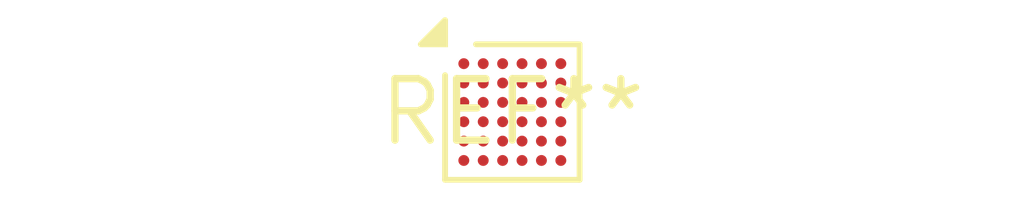
<source format=kicad_pcb>
(kicad_pcb (version 20240108) (generator pcbnew)
  (layers (0 "F.Cu" signal) (31 "B.Cu" signal) (34 "B.Paste" user) (35 "F.Paste" user) (36 "B.SilkS" user "B.Silkscreen") (37 "F.SilkS" user "F.Silkscreen") (38 "B.Mask" user) (39 "F.Mask" user) (44 "Edge.Cuts" user))
  (net 0 "")
  (footprint "ST_WLCSP-36_Die458" (layer "F.Cu") (at 0 0)
    (property "Reference" "REF**")
    (property "Value" "ST_WLCSP-36_Die458")
    (fp_line (start -1.3865 1.3995) (end -1.3865 -0.76125) (layer "F.SilkS") (stroke (width 0.12)))
    (fp_line (start -0.74825 -1.3995) (end 1.3865 -1.3995) (layer "F.SilkS") (stroke (width 0.12)))
    (fp_line (start 1.3865 -1.3995) (end 1.3865 1.3995) (layer "F.SilkS") (stroke (width 0.12)))
    (fp_line (start 1.3865 1.3995) (end -1.3865 1.3995) (layer "F.SilkS") (stroke (width 0.12)))
    (fp_poly (pts (xy -1.3865 -1.3995) (xy -1.8865 -1.3995) (xy -1.3865 -1.8995) (xy -1.3865 -1.3995)) (layer "F.SilkS") (stroke (width 0.12)) (fill solid))
    (pad "A1" smd circle (at -1 -1) (size 0.225 0.225) (property pad_prop_bga) (layers "F.Cu" "F.Paste" "F.Mask"))
    (pad "A2" smd circle (at -0.6 -1) (size 0.225 0.225) (property pad_prop_bga) (layers "F.Cu" "F.Paste" "F.Mask"))
    (pad "A3" smd circle (at -0.2 -1) (size 0.225 0.225) (property pad_prop_bga) (layers "F.Cu" "F.Paste" "F.Mask"))
    (pad "A4" smd circle (at 0.2 -1) (size 0.225 0.225) (property pad_prop_bga) (layers "F.Cu" "F.Paste" "F.Mask"))
    (pad "A5" smd circle (at 0.6 -1) (size 0.225 0.225) (property pad_prop_bga) (layers "F.Cu" "F.Paste" "F.Mask"))
    (pad "A6" smd circle (at 1 -1) (size 0.225 0.225) (property pad_prop_bga) (layers "F.Cu" "F.Paste" "F.Mask"))
    (pad "B1" smd circle (at -1 -0.6) (size 0.225 0.225) (property pad_prop_bga) (layers "F.Cu" "F.Paste" "F.Mask"))
    (pad "B2" smd circle (at -0.6 -0.6) (size 0.225 0.225) (property pad_prop_bga) (layers "F.Cu" "F.Paste" "F.Mask"))
    (pad "B3" smd circle (at -0.2 -0.6) (size 0.225 0.225) (property pad_prop_bga) (layers "F.Cu" "F.Paste" "F.Mask"))
    (pad "B4" smd circle (at 0.2 -0.6) (size 0.225 0.225) (property pad_prop_bga) (layers "F.Cu" "F.Paste" "F.Mask"))
    (pad "B5" smd circle (at 0.6 -0.6) (size 0.225 0.225) (property pad_prop_bga) (layers "F.Cu" "F.Paste" "F.Mask"))
    (pad "B6" smd circle (at 1 -0.6) (size 0.225 0.225) (property pad_prop_bga) (layers "F.Cu" "F.Paste" "F.Mask"))
    (pad "C1" smd circle (at -1 -0.2) (size 0.225 0.225) (property pad_prop_bga) (layers "F.Cu" "F.Paste" "F.Mask"))
    (pad "C2" smd circle (at -0.6 -0.2) (size 0.225 0.225) (property pad_prop_bga) (layers "F.Cu" "F.Paste" "F.Mask"))
    (pad "C3" smd circle (at -0.2 -0.2) (size 0.225 0.225) (property pad_prop_bga) (layers "F.Cu" "F.Paste" "F.Mask"))
    (pad "C4" smd circle (at 0.2 -0.2) (size 0.225 0.225) (property pad_prop_bga) (layers "F.Cu" "F.Paste" "F.Mask"))
    (pad "C5" smd circle (at 0.6 -0.2) (size 0.225 0.225) (property pad_prop_bga) (layers "F.Cu" "F.Paste" "F.Mask"))
    (pad "C6" smd circle (at 1 -0.2) (size 0.225 0.225) (property pad_prop_bga) (layers "F.Cu" "F.Paste" "F.Mask"))
    (pad "D1" smd circle (at -1 0.2) (size 0.225 0.225) (property pad_prop_bga) (layers "F.Cu" "F.Paste" "F.Mask"))
    (pad "D2" smd circle (at -0.6 0.2) (size 0.225 0.225) (property pad_prop_bga) (layers "F.Cu" "F.Paste" "F.Mask"))
    (pad "D3" smd circle (at -0.2 0.2) (size 0.225 0.225) (property pad_prop_bga) (layers "F.Cu" "F.Paste" "F.Mask"))
    (pad "D4" smd circle (at 0.2 0.2) (size 0.225 0.225) (property pad_prop_bga) (layers "F.Cu" "F.Paste" "F.Mask"))
    (pad "D5" smd circle (at 0.6 0.2) (size 0.225 0.225) (property pad_prop_bga) (layers "F.Cu" "F.Paste" "F.Mask"))
    (pad "D6" smd circle (at 1 0.2) (size 0.225 0.225) (property pad_prop_bga) (layers "F.Cu" "F.Paste" "F.Mask"))
    (pad "E1" smd circle (at -1 0.6) (size 0.225 0.225) (property pad_prop_bga) (layers "F.Cu" "F.Paste" "F.Mask"))
    (pad "E2" smd circle (at -0.6 0.6) (size 0.225 0.225) (property pad_prop_bga) (layers "F.Cu" "F.Paste" "F.Mask"))
    (pad "E3" smd circle (at -0.2 0.6) (size 0.225 0.225) (property pad_prop_bga) (layers "F.Cu" "F.Paste" "F.Mask"))
    (pad "E4" smd circle (at 0.2 0.6) (size 0.225 0.225) (property pad_prop_bga) (layers "F.Cu" "F.Paste" "F.Mask"))
    (pad "E5" smd circle (at 0.6 0.6) (size 0.225 0.225) (property pad_prop_bga) (layers "F.Cu" "F.Paste" "F.Mask"))
    (pad "E6" smd circle (at 1 0.6) (size 0.225 0.225) (property pad_prop_bga) (layers "F.Cu" "F.Paste" "F.Mask"))
    (pad "F1" smd circle (at -1 1) (size 0.225 0.225) (property pad_prop_bga) (layers "F.Cu" "F.Paste" "F.Mask"))
    (pad "F2" smd circle (at -0.6 1) (size 0.225 0.225) (property pad_prop_bga) (layers "F.Cu" "F.Paste" "F.Mask"))
    (pad "F3" smd circle (at -0.2 1) (size 0.225 0.225) (property pad_prop_bga) (layers "F.Cu" "F.Paste" "F.Mask"))
    (pad "F4" smd circle (at 0.2 1) (size 0.225 0.225) (property pad_prop_bga) (layers "F.Cu" "F.Paste" "F.Mask"))
    (pad "F5" smd circle (at 0.6 1) (size 0.225 0.225) (property pad_prop_bga) (layers "F.Cu" "F.Paste" "F.Mask"))
    (pad "F6" smd circle (at 1 1) (size 0.225 0.225) (property pad_prop_bga) (layers "F.Cu" "F.Paste" "F.Mask"))
  )
)
</source>
